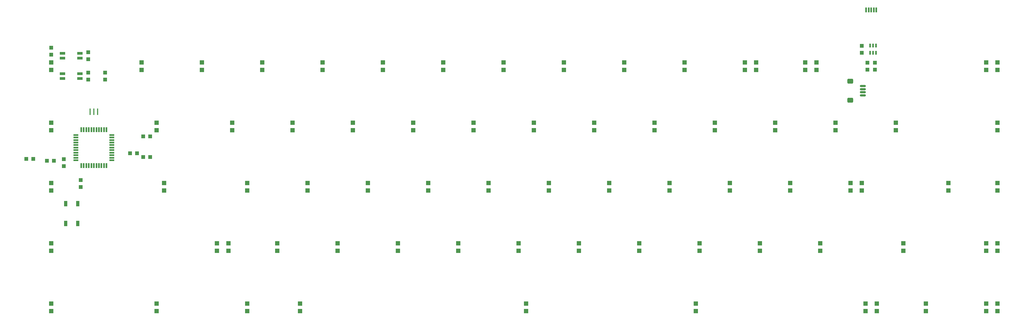
<source format=gbr>
%TF.GenerationSoftware,KiCad,Pcbnew,(5.99.0-12740-g895f4ca989)*%
%TF.CreationDate,2021-10-23T17:36:28+02:00*%
%TF.ProjectId,mamooth,6d616d6f-6f74-4682-9e6b-696361645f70,rev?*%
%TF.SameCoordinates,Original*%
%TF.FileFunction,Paste,Bot*%
%TF.FilePolarity,Positive*%
%FSLAX46Y46*%
G04 Gerber Fmt 4.6, Leading zero omitted, Abs format (unit mm)*
G04 Created by KiCad (PCBNEW (5.99.0-12740-g895f4ca989)) date 2021-10-23 17:36:28*
%MOMM*%
%LPD*%
G01*
G04 APERTURE LIST*
G04 Aperture macros list*
%AMRoundRect*
0 Rectangle with rounded corners*
0 $1 Rounding radius*
0 $2 $3 $4 $5 $6 $7 $8 $9 X,Y pos of 4 corners*
0 Add a 4 corners polygon primitive as box body*
4,1,4,$2,$3,$4,$5,$6,$7,$8,$9,$2,$3,0*
0 Add four circle primitives for the rounded corners*
1,1,$1+$1,$2,$3*
1,1,$1+$1,$4,$5*
1,1,$1+$1,$6,$7*
1,1,$1+$1,$8,$9*
0 Add four rect primitives between the rounded corners*
20,1,$1+$1,$2,$3,$4,$5,0*
20,1,$1+$1,$4,$5,$6,$7,0*
20,1,$1+$1,$6,$7,$8,$9,0*
20,1,$1+$1,$8,$9,$2,$3,0*%
G04 Aperture macros list end*
%ADD10R,1.400000X1.400000*%
%ADD11RoundRect,0.150000X0.775000X-0.150000X0.775000X0.150000X-0.775000X0.150000X-0.775000X-0.150000X0*%
%ADD12RoundRect,0.332800X0.567200X-0.467200X0.567200X0.467200X-0.567200X0.467200X-0.567200X-0.467200X0*%
%ADD13R,1.300000X1.200000*%
%ADD14R,1.250000X1.200000*%
%ADD15R,1.500000X0.550000*%
%ADD16R,0.550000X1.500000*%
%ADD17R,0.500000X1.500000*%
%ADD18R,1.200000X1.250000*%
%ADD19R,0.600000X1.200000*%
%ADD20R,1.800000X0.820000*%
%ADD21R,1.200000X1.300000*%
%ADD22R,1.000000X1.700000*%
%ADD23R,0.400000X2.000000*%
G04 APERTURE END LIST*
D10*
%TO.C,D7*%
X141089181Y-11915634D03*
X141089181Y-9515634D03*
%TD*%
%TO.C,D53*%
X107751653Y-69065682D03*
X107751653Y-66665682D03*
%TD*%
D11*
%TO.C,J3*%
X273612416Y-19954663D03*
X273612416Y-18954663D03*
X273612416Y-17954663D03*
X273612416Y-16954663D03*
D12*
X269587416Y-21454663D03*
X269587416Y-15454663D03*
%TD*%
D10*
%TO.C,D6*%
X122039165Y-11915634D03*
X122039165Y-9515634D03*
%TD*%
%TO.C,D20*%
X93464141Y-30965650D03*
X93464141Y-28565650D03*
%TD*%
%TO.C,D16*%
X316111203Y-11915634D03*
X316111203Y-9515634D03*
%TD*%
%TO.C,D26*%
X207764237Y-30965650D03*
X207764237Y-28565650D03*
%TD*%
%TO.C,D42*%
X212526741Y-50015666D03*
X212526741Y-47615666D03*
%TD*%
%TO.C,D78*%
X293489309Y-88115698D03*
X293489309Y-85715698D03*
%TD*%
D13*
%TO.C,R102*%
X275034606Y-11815634D03*
X275034606Y-9615634D03*
%TD*%
D10*
%TO.C,D75*%
X220861123Y-88115698D03*
X220861123Y-85715698D03*
%TD*%
%TO.C,D15*%
X312539325Y-11915634D03*
X312539325Y-9515634D03*
%TD*%
%TO.C,D31*%
X255389277Y-11915634D03*
X255389277Y-9515634D03*
%TD*%
%TO.C,D76*%
X278011171Y-88115698D03*
X278011171Y-85715698D03*
%TD*%
%TO.C,D72*%
X167282953Y-88115698D03*
X167282953Y-85715698D03*
%TD*%
%TO.C,D66*%
X50601605Y-88115698D03*
X50601605Y-85715698D03*
%TD*%
%TO.C,D68*%
X95845393Y-88115698D03*
X95845393Y-85715698D03*
%TD*%
%TO.C,D41*%
X193476725Y-50015666D03*
X193476725Y-47615666D03*
%TD*%
%TO.C,D65*%
X17264077Y-88115698D03*
X17264077Y-85715698D03*
%TD*%
D13*
%TO.C,F1*%
X273248667Y-6457817D03*
X273248667Y-4257817D03*
%TD*%
D10*
%TO.C,D11*%
X217289245Y-11915634D03*
X217289245Y-9515634D03*
%TD*%
%TO.C,D49*%
X17264077Y-69065682D03*
X17264077Y-66665682D03*
%TD*%
%TO.C,D9*%
X179189213Y-11915634D03*
X179189213Y-9515634D03*
%TD*%
D14*
%TO.C,C101*%
X21243748Y-42309398D03*
X21243748Y-40109398D03*
%TD*%
D10*
%TO.C,D5*%
X102989149Y-11915634D03*
X102989149Y-9515634D03*
%TD*%
%TO.C,D47*%
X300633065Y-50015666D03*
X300633065Y-47615666D03*
%TD*%
D15*
%TO.C,U1*%
X25068756Y-40446894D03*
X25068756Y-39646894D03*
X25068756Y-38846894D03*
X25068756Y-38046894D03*
X25068756Y-37246894D03*
X25068756Y-36446894D03*
X25068756Y-35646894D03*
X25068756Y-34846894D03*
X25068756Y-34046894D03*
X25068756Y-33246894D03*
X25068756Y-32446894D03*
D16*
X26768756Y-30746894D03*
X27568756Y-30746894D03*
X28368756Y-30746894D03*
X29168756Y-30746894D03*
X29968756Y-30746894D03*
X30768756Y-30746894D03*
X31568756Y-30746894D03*
X32368756Y-30746894D03*
X33168756Y-30746894D03*
X33968756Y-30746894D03*
X34768756Y-30746894D03*
D15*
X36468756Y-32446894D03*
X36468756Y-33246894D03*
X36468756Y-34046894D03*
X36468756Y-34846894D03*
X36468756Y-35646894D03*
X36468756Y-36446894D03*
X36468756Y-37246894D03*
X36468756Y-38046894D03*
X36468756Y-38846894D03*
X36468756Y-39646894D03*
X36468756Y-40446894D03*
D16*
X34768756Y-42146894D03*
X33968756Y-42146894D03*
X33168756Y-42146894D03*
X32368756Y-42146894D03*
X31568756Y-42146894D03*
X30768756Y-42146894D03*
X29968756Y-42146894D03*
X29168756Y-42146894D03*
X28368756Y-42146894D03*
X27568756Y-42146894D03*
X26768756Y-42146894D03*
%TD*%
D10*
%TO.C,D67*%
X79176629Y-88115698D03*
X79176629Y-85715698D03*
%TD*%
%TO.C,D50*%
X69651621Y-69065682D03*
X69651621Y-66665682D03*
%TD*%
%TO.C,D48*%
X316111203Y-50015666D03*
X316111203Y-47615666D03*
%TD*%
%TO.C,D14*%
X258961155Y-11915634D03*
X258961155Y-9515634D03*
%TD*%
D17*
%TO.C,J1*%
X274625000Y7025000D03*
X275425000Y7025000D03*
X276225000Y7025000D03*
X277025000Y7025000D03*
X277825000Y7025000D03*
%TD*%
D10*
%TO.C,D4*%
X83939133Y-11915634D03*
X83939133Y-9515634D03*
%TD*%
%TO.C,D62*%
X286345553Y-69065682D03*
X286345553Y-66665682D03*
%TD*%
%TO.C,D79*%
X312539325Y-88115698D03*
X312539325Y-85715698D03*
%TD*%
%TO.C,D24*%
X169664205Y-30965650D03*
X169664205Y-28565650D03*
%TD*%
D13*
%TO.C,R105*%
X17264077Y-7053130D03*
X17264077Y-4853130D03*
%TD*%
D18*
%TO.C,C106*%
X18176557Y-40614085D03*
X15976557Y-40614085D03*
%TD*%
D10*
%TO.C,D80*%
X316111203Y-88115698D03*
X316111203Y-85715698D03*
%TD*%
%TO.C,D25*%
X188714221Y-30965650D03*
X188714221Y-28565650D03*
%TD*%
%TO.C,D33*%
X17264077Y-50015666D03*
X17264077Y-47615666D03*
%TD*%
%TO.C,D35*%
X79176629Y-50015666D03*
X79176629Y-47615666D03*
%TD*%
%TO.C,D52*%
X88701637Y-69065682D03*
X88701637Y-66665682D03*
%TD*%
%TO.C,D40*%
X174426709Y-50015666D03*
X174426709Y-47615666D03*
%TD*%
%TO.C,D32*%
X316111203Y-30965650D03*
X316111203Y-28565650D03*
%TD*%
%TO.C,D23*%
X150614189Y-30965650D03*
X150614189Y-28565650D03*
%TD*%
D14*
%TO.C,C102*%
X26601565Y-48857841D03*
X26601565Y-46657841D03*
%TD*%
D10*
%TO.C,D30*%
X283964301Y-30965650D03*
X283964301Y-28565650D03*
%TD*%
D19*
%TO.C,U2*%
X275870545Y-4207817D03*
X276820545Y-4207817D03*
X277770545Y-4207817D03*
X277770545Y-6507817D03*
X276820545Y-6507817D03*
X275870545Y-6507817D03*
%TD*%
D14*
%TO.C,C105*%
X34340634Y-12725000D03*
X34340634Y-14925000D03*
%TD*%
D10*
%TO.C,D56*%
X164901701Y-69065682D03*
X164901701Y-66665682D03*
%TD*%
%TO.C,D51*%
X73223499Y-69065682D03*
X73223499Y-66665682D03*
%TD*%
%TO.C,D22*%
X131564173Y-30965650D03*
X131564173Y-28565650D03*
%TD*%
%TO.C,D8*%
X160139197Y-11915634D03*
X160139197Y-9515634D03*
%TD*%
%TO.C,D12*%
X236339261Y-11915634D03*
X236339261Y-9515634D03*
%TD*%
D18*
%TO.C,C103*%
X48537520Y-39423459D03*
X46337520Y-39423459D03*
%TD*%
D10*
%TO.C,D63*%
X312539325Y-69065682D03*
X312539325Y-66665682D03*
%TD*%
D20*
%TO.C,RGB2*%
X26375000Y-14575000D03*
X26375000Y-13075000D03*
X20875000Y-13075000D03*
X20875000Y-14575000D03*
%TD*%
D14*
%TO.C,C108*%
X28982817Y-12725000D03*
X28982817Y-14925000D03*
%TD*%
D21*
%TO.C,R104*%
X44370329Y-38232833D03*
X42170329Y-38232833D03*
%TD*%
D10*
%TO.C,D54*%
X126801669Y-69065682D03*
X126801669Y-66665682D03*
%TD*%
%TO.C,D39*%
X155376693Y-50015666D03*
X155376693Y-47615666D03*
%TD*%
D13*
%TO.C,R101*%
X277415858Y-11815634D03*
X277415858Y-9615634D03*
%TD*%
D10*
%TO.C,D43*%
X231576757Y-50015666D03*
X231576757Y-47615666D03*
%TD*%
D18*
%TO.C,C104*%
X48537520Y-32875016D03*
X46337520Y-32875016D03*
%TD*%
D10*
%TO.C,D13*%
X239911139Y-11915634D03*
X239911139Y-9515634D03*
%TD*%
%TO.C,D10*%
X198239229Y-11915634D03*
X198239229Y-9515634D03*
%TD*%
D14*
%TO.C,C107*%
X28982817Y-6325000D03*
X28982817Y-8525000D03*
%TD*%
D10*
%TO.C,D19*%
X74414125Y-30965650D03*
X74414125Y-28565650D03*
%TD*%
%TO.C,D28*%
X245864269Y-30965650D03*
X245864269Y-28565650D03*
%TD*%
%TO.C,D29*%
X264914285Y-30965650D03*
X264914285Y-28565650D03*
%TD*%
%TO.C,D59*%
X222051749Y-69065682D03*
X222051749Y-66665682D03*
%TD*%
%TO.C,D44*%
X250626773Y-50015666D03*
X250626773Y-47615666D03*
%TD*%
%TO.C,D61*%
X260151781Y-69065682D03*
X260151781Y-66665682D03*
%TD*%
%TO.C,D18*%
X50601605Y-30965650D03*
X50601605Y-28565650D03*
%TD*%
%TO.C,D58*%
X203001733Y-69065682D03*
X203001733Y-66665682D03*
%TD*%
%TO.C,D57*%
X183951717Y-69065682D03*
X183951717Y-66665682D03*
%TD*%
%TO.C,D34*%
X52982857Y-50015666D03*
X52982857Y-47615666D03*
%TD*%
%TO.C,D37*%
X117276661Y-50015666D03*
X117276661Y-47615666D03*
%TD*%
%TO.C,D36*%
X98226645Y-50015666D03*
X98226645Y-47615666D03*
%TD*%
%TO.C,D38*%
X136326677Y-50015666D03*
X136326677Y-47615666D03*
%TD*%
%TO.C,D3*%
X64889117Y-11915634D03*
X64889117Y-9515634D03*
%TD*%
D20*
%TO.C,RGB1*%
X26375000Y-8175000D03*
X26375000Y-6675000D03*
X20875000Y-6675000D03*
X20875000Y-8175000D03*
%TD*%
D10*
%TO.C,D60*%
X241101765Y-69065682D03*
X241101765Y-66665682D03*
%TD*%
%TO.C,D21*%
X112514157Y-30965650D03*
X112514157Y-28565650D03*
%TD*%
%TO.C,D2*%
X45839101Y-11915634D03*
X45839101Y-9515634D03*
%TD*%
%TO.C,D64*%
X316111203Y-69065682D03*
X316111203Y-66665682D03*
%TD*%
D21*
%TO.C,R103*%
X9428114Y-40018772D03*
X11628114Y-40018772D03*
%TD*%
D10*
%TO.C,D45*%
X269676789Y-50015666D03*
X269676789Y-47615666D03*
%TD*%
D22*
%TO.C,SW1*%
X25712520Y-54132849D03*
X25712520Y-60432849D03*
X21912520Y-60432849D03*
X21912520Y-54132849D03*
%TD*%
D10*
%TO.C,D46*%
X273248667Y-50015666D03*
X273248667Y-47615666D03*
%TD*%
%TO.C,D55*%
X145851685Y-69065682D03*
X145851685Y-66665682D03*
%TD*%
%TO.C,D1*%
X17264077Y-11915634D03*
X17264077Y-9515634D03*
%TD*%
%TO.C,D77*%
X274439293Y-88115698D03*
X274439293Y-85715698D03*
%TD*%
%TO.C,D17*%
X17264077Y-30965650D03*
X17264077Y-28565650D03*
%TD*%
D23*
%TO.C,X1*%
X31968756Y-25135947D03*
X29568756Y-25135947D03*
X30768756Y-25135947D03*
%TD*%
D10*
%TO.C,D27*%
X226814253Y-30965650D03*
X226814253Y-28565650D03*
%TD*%
M02*

</source>
